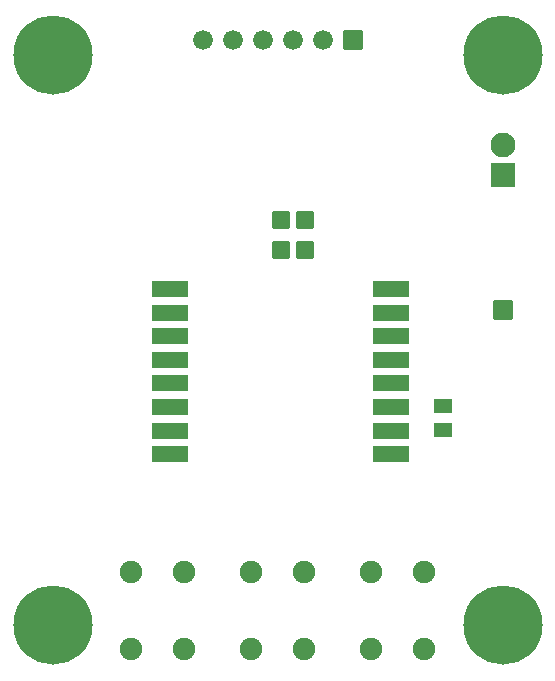
<source format=gbs>
G04 Layer: BottomSolderMaskLayer*
G04 EasyEDA v6.5.34, 2023-08-28 15:47:16*
G04 21288944027841e8b89c4b54c2095ba1,7e63b50fb6014f29bd7207b67e5f40bc,10*
G04 Gerber Generator version 0.2*
G04 Scale: 100 percent, Rotated: No, Reflected: No *
G04 Dimensions in millimeters *
G04 leading zeros omitted , absolute positions ,4 integer and 5 decimal *
%FSLAX45Y45*%
%MOMM*%

%AMMACRO1*1,1,$1,$2,$3*1,1,$1,$4,$5*1,1,$1,0-$2,0-$3*1,1,$1,0-$4,0-$5*20,1,$1,$2,$3,$4,$5,0*20,1,$1,$4,$5,0-$2,0-$3,0*20,1,$1,0-$2,0-$3,0-$4,0-$5,0*20,1,$1,0-$4,0-$5,$2,$3,0*4,1,4,$2,$3,$4,$5,0-$2,0-$3,0-$4,0-$5,$2,$3,0*%
%ADD10C,6.7032*%
%ADD11C,1.6764*%
%ADD12MACRO1,0.1016X0.7874X-0.7874X-0.7874X-0.7874*%
%ADD13MACRO1,0.1016X0.7874X0.7874X0.7874X-0.7874*%
%ADD14C,1.9016*%
%ADD15MACRO1,0.1016X-1X-1X-1X1*%
%ADD16C,2.1016*%
%ADD17MACRO1,0.1016X0.705X-0.675X0.705X0.675*%
%ADD18MACRO1,0.1016X-0.705X-0.675X-0.705X0.675*%
%ADD19MACRO1,0.1016X-1.5X-0.5999X1.5X-0.5999*%
%ADD20MACRO1,0.1016X-0.6885X-0.5663X0.6885X-0.5663*%
%ADD21MACRO1,0.1016X-0.6885X0.5663X0.6885X0.5663*%

%LPD*%
D10*
G01*
X510286Y506501D03*
G01*
X4320286Y506501D03*
G01*
X4320286Y5332476D03*
G01*
X510286Y5332476D03*
D11*
G01*
X1780286Y5459476D03*
G01*
X2034286Y5459476D03*
G01*
X2288286Y5459476D03*
G01*
X2542286Y5459476D03*
G01*
X2796286Y5459476D03*
D12*
G01*
X3050291Y5459483D03*
D13*
G01*
X4317992Y3174992D03*
D14*
G01*
X1174242Y308381D03*
G01*
X1624329Y308381D03*
G01*
X1174242Y958621D03*
G01*
X1624329Y958621D03*
G01*
X2190241Y308381D03*
G01*
X2640329Y308381D03*
G01*
X2190241Y958621D03*
G01*
X2640329Y958621D03*
G01*
X3206241Y308381D03*
G01*
X3656329Y308381D03*
G01*
X3206241Y958621D03*
G01*
X3656329Y958621D03*
D15*
G01*
X4320288Y4316486D03*
D16*
G01*
X4320286Y4570476D03*
D17*
G01*
X2442288Y3681486D03*
D18*
G01*
X2642293Y3681486D03*
D17*
G01*
X2442288Y3935486D03*
D18*
G01*
X2642293Y3935486D03*
D19*
G01*
X3375695Y1952795D03*
G01*
X1505696Y2552793D03*
G01*
X1505696Y2352794D03*
G01*
X1505696Y2152794D03*
G01*
X1505696Y1952795D03*
G01*
X1505696Y2752793D03*
G01*
X1505696Y2952793D03*
G01*
X1505696Y3152792D03*
G01*
X1505696Y3352792D03*
G01*
X3375695Y3352792D03*
G01*
X3375695Y3152792D03*
G01*
X3375695Y2952793D03*
G01*
X3375695Y2752793D03*
G01*
X3375695Y2552793D03*
G01*
X3375695Y2352794D03*
G01*
X3375695Y2152794D03*
D20*
G01*
X3809992Y2360000D03*
D21*
G01*
X3809992Y2159990D03*
M02*

</source>
